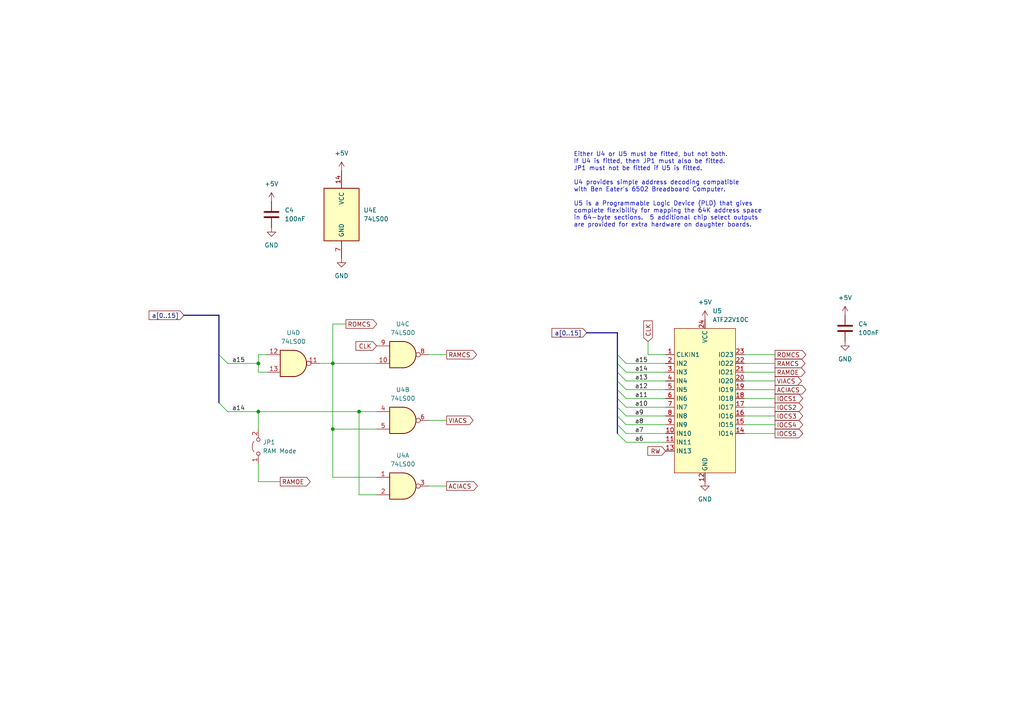
<source format=kicad_sch>
(kicad_sch (version 20230121) (generator eeschema)
  (paper "A4")
  (lib_symbols
    (symbol "74xx:74LS00" (pin_names (offset 1.016))
      (property "Reference" "U" (at 0 1.27 0))
      (property "Value" "74LS00" (at 0 -1.27 0))
      (symbol "74LS00_1_1"
        (arc (start 0 -3.81) (mid 3.7934 0) (end 0 3.81) (stroke (width 0.254)) (fill (type background)))
        (polyline (pts (xy 0 3.81) (xy -3.81 3.81) (xy -3.81 -3.81) (xy 0 -3.81)) (stroke (width 0.254)) (fill (type background)))
        (pin input line (at -7.62 2.54 0) (length 3.81) (name "~") (number "1"))
        (pin input line (at -7.62 -2.54 0) (length 3.81) (name "~") (number "2"))
        (pin output inverted (at 7.62 0 180) (length 3.81) (name "~") (number "3"))
      )
      (symbol "74LS00_1_2"
        (arc (start -3.81 -3.81) (mid -2.589 0) (end -3.81 3.81) (stroke (width 0.254)))
        (arc (start -0.6096 -3.81) (mid 2.1842 -2.5851) (end 3.81 0) (stroke (width 0.254)) (fill (type background)))
        (polyline (pts (xy -3.81 -3.81) (xy -0.635 -3.81)) (stroke (width 0.254)) (fill (type background)))
        (polyline (pts (xy -3.81 3.81) (xy -0.635 3.81)) (stroke (width 0.254)) (fill (type background)))
        (polyline (pts (xy -0.635 3.81) (xy -3.81 3.81) (xy -3.81 3.81) (xy -3.556 3.4036) (xy -3.0226 2.2606) (xy -2.6924 1.0414) (xy -2.6162 -0.254) (xy -2.7686 -1.4986) (xy -3.175 -2.7178) (xy -3.81 -3.81) (xy -3.81 -3.81) (xy -0.635 -3.81)) (stroke (width -25.4)) (fill (type background)))
        (arc (start 3.81 0) (mid 2.1915 2.5936) (end -0.6096 3.81) (stroke (width 0.254)) (fill (type background)))
        (pin input inverted (at -7.62 2.54 0) (length 4.318) (name "~") (number "1"))
        (pin input inverted (at -7.62 -2.54 0) (length 4.318) (name "~") (number "2"))
        (pin output line (at 7.62 0 180) (length 3.81) (name "~") (number "3"))
      )
      (symbol "74LS00_2_1"
        (arc (start 0 -3.81) (mid 3.7934 0) (end 0 3.81) (stroke (width 0.254)) (fill (type background)))
        (polyline (pts (xy 0 3.81) (xy -3.81 3.81) (xy -3.81 -3.81) (xy 0 -3.81)) (stroke (width 0.254)) (fill (type background)))
        (pin input line (at -7.62 2.54 0) (length 3.81) (name "~") (number "4"))
        (pin input line (at -7.62 -2.54 0) (length 3.81) (name "~") (number "5"))
        (pin output inverted (at 7.62 0 180) (length 3.81) (name "~") (number "6"))
      )
      (symbol "74LS00_2_2"
        (arc (start -3.81 -3.81) (mid -2.589 0) (end -3.81 3.81) (stroke (width 0.254)))
        (arc (start -0.6096 -3.81) (mid 2.1842 -2.5851) (end 3.81 0) (stroke (width 0.254)) (fill (type background)))
        (polyline (pts (xy -3.81 -3.81) (xy -0.635 -3.81)) (stroke (width 0.254)) (fill (type background)))
        (polyline (pts (xy -3.81 3.81) (xy -0.635 3.81)) (stroke (width 0.254)) (fill (type background)))
        (polyline (pts (xy -0.635 3.81) (xy -3.81 3.81) (xy -3.81 3.81) (xy -3.556 3.4036) (xy -3.0226 2.2606) (xy -2.6924 1.0414) (xy -2.6162 -0.254) (xy -2.7686 -1.4986) (xy -3.175 -2.7178) (xy -3.81 -3.81) (xy -3.81 -3.81) (xy -0.635 -3.81)) (stroke (width -25.4)) (fill (type background)))
        (arc (start 3.81 0) (mid 2.1915 2.5936) (end -0.6096 3.81) (stroke (width 0.254)) (fill (type background)))
        (pin input inverted (at -7.62 2.54 0) (length 4.318) (name "~") (number "4"))
        (pin input inverted (at -7.62 -2.54 0) (length 4.318) (name "~") (number "5"))
        (pin output line (at 7.62 0 180) (length 3.81) (name "~") (number "6"))
      )
      (symbol "74LS00_3_1"
        (arc (start 0 -3.81) (mid 3.7934 0) (end 0 3.81) (stroke (width 0.254)) (fill (type background)))
        (polyline (pts (xy 0 3.81) (xy -3.81 3.81) (xy -3.81 -3.81) (xy 0 -3.81)) (stroke (width 0.254)) (fill (type background)))
        (pin input line (at -7.62 -2.54 0) (length 3.81) (name "~") (number "10"))
        (pin output inverted (at 7.62 0 180) (length 3.81) (name "~") (number "8"))
        (pin input line (at -7.62 2.54 0) (length 3.81) (name "~") (number "9"))
      )
      (symbol "74LS00_3_2"
        (arc (start -3.81 -3.81) (mid -2.589 0) (end -3.81 3.81) (stroke (width 0.254)))
        (arc (start -0.6096 -3.81) (mid 2.1842 -2.5851) (end 3.81 0) (stroke (width 0.254)) (fill (type background)))
        (polyline (pts (xy -3.81 -3.81) (xy -0.635 -3.81)) (stroke (width 0.254)) (fill (type background)))
        (polyline (pts (xy -3.81 3.81) (xy -0.635 3.81)) (stroke (width 0.254)) (fill (type background)))
        (polyline (pts (xy -0.635 3.81) (xy -3.81 3.81) (xy -3.81 3.81) (xy -3.556 3.4036) (xy -3.0226 2.2606) (xy -2.6924 1.0414) (xy -2.6162 -0.254) (xy -2.7686 -1.4986) (xy -3.175 -2.7178) (xy -3.81 -3.81) (xy -3.81 -3.81) (xy -0.635 -3.81)) (stroke (width -25.4)) (fill (type background)))
        (arc (start 3.81 0) (mid 2.1915 2.5936) (end -0.6096 3.81) (stroke (width 0.254)) (fill (type background)))
        (pin input inverted (at -7.62 -2.54 0) (length 4.318) (name "~") (number "10"))
        (pin output line (at 7.62 0 180) (length 3.81) (name "~") (number "8"))
        (pin input inverted (at -7.62 2.54 0) (length 4.318) (name "~") (number "9"))
      )
      (symbol "74LS00_4_1"
        (arc (start 0 -3.81) (mid 3.7934 0) (end 0 3.81) (stroke (width 0.254)) (fill (type background)))
        (polyline (pts (xy 0 3.81) (xy -3.81 3.81) (xy -3.81 -3.81) (xy 0 -3.81)) (stroke (width 0.254)) (fill (type background)))
        (pin output inverted (at 7.62 0 180) (length 3.81) (name "~") (number "11"))
        (pin input line (at -7.62 2.54 0) (length 3.81) (name "~") (number "12"))
        (pin input line (at -7.62 -2.54 0) (length 3.81) (name "~") (number "13"))
      )
      (symbol "74LS00_4_2"
        (arc (start -3.81 -3.81) (mid -2.589 0) (end -3.81 3.81) (stroke (width 0.254)))
        (arc (start -0.6096 -3.81) (mid 2.1842 -2.5851) (end 3.81 0) (stroke (width 0.254)) (fill (type background)))
        (polyline (pts (xy -3.81 -3.81) (xy -0.635 -3.81)) (stroke (width 0.254)) (fill (type background)))
        (polyline (pts (xy -3.81 3.81) (xy -0.635 3.81)) (stroke (width 0.254)) (fill (type background)))
        (polyline (pts (xy -0.635 3.81) (xy -3.81 3.81) (xy -3.81 3.81) (xy -3.556 3.4036) (xy -3.0226 2.2606) (xy -2.6924 1.0414) (xy -2.6162 -0.254) (xy -2.7686 -1.4986) (xy -3.175 -2.7178) (xy -3.81 -3.81) (xy -3.81 -3.81) (xy -0.635 -3.81)) (stroke (width -25.4)) (fill (type background)))
        (arc (start 3.81 0) (mid 2.1915 2.5936) (end -0.6096 3.81) (stroke (width 0.254)) (fill (type background)))
        (pin output line (at 7.62 0 180) (length 3.81) (name "~") (number "11"))
        (pin input inverted (at -7.62 2.54 0) (length 4.318) (name "~") (number "12"))
        (pin input inverted (at -7.62 -2.54 0) (length 4.318) (name "~") (number "13"))
      )
      (symbol "74LS00_5_0"
        (pin power_in line (at 0 12.7 270) (length 5.08) (name "VCC") (number "14"))
        (pin power_in line (at 0 -12.7 90) (length 5.08) (name "GND") (number "7"))
      )
      (symbol "74LS00_5_1"
        (rectangle (start -5.08 7.62) (end 5.08 -7.62) (stroke (width 0.254)) (fill (type background)))
      )
    )
    (symbol "ATF22V10C:ATF22V10C"
      (property "Reference" "U6" (at 2.1941 0 0))
      (property "Value" "ATF22V10C" (at 2.1941 -2.54 0))
      (symbol "ATF22V10C_1_1"
        (rectangle (start -8.89 -5.08) (end 8.89 -46.99) (fill (type background)))
        (pin input line (at -11.43 -12.7 0) (length 2.54) (name "CLKIN1") (number "1"))
        (pin input line (at -11.43 -35.56 0) (length 2.54) (name "IN10") (number "10"))
        (pin input line (at -11.43 -38.1 0) (length 2.54) (name "IN11") (number "11"))
        (pin power_in line (at 0 -49.53 90) (length 2.54) (name "GND") (number "12"))
        (pin input line (at -11.43 -40.64 0) (length 2.54) (name "IN13") (number "13"))
        (pin output line (at 11.43 -35.56 180) (length 2.54) (name "IO14") (number "14"))
        (pin output line (at 11.43 -33.02 180) (length 2.54) (name "IO15") (number "15"))
        (pin output line (at 11.43 -30.48 180) (length 2.54) (name "IO16") (number "16"))
        (pin output line (at 11.43 -27.94 180) (length 2.54) (name "IO17") (number "17"))
        (pin output line (at 11.43 -25.4 180) (length 2.54) (name "IO18") (number "18"))
        (pin output line (at 11.43 -22.86 180) (length 2.54) (name "IO19") (number "19"))
        (pin input line (at -11.43 -15.24 0) (length 2.54) (name "IN2") (number "2"))
        (pin output line (at 11.43 -20.32 180) (length 2.54) (name "IO20") (number "20"))
        (pin output line (at 11.43 -17.78 180) (length 2.54) (name "IO21") (number "21"))
        (pin output line (at 11.43 -15.24 180) (length 2.54) (name "IO22") (number "22"))
        (pin output line (at 11.43 -12.7 180) (length 2.54) (name "IO23") (number "23"))
        (pin power_in line (at 0 -2.54 270) (length 2.54) (name "VCC") (number "24"))
        (pin input line (at -11.43 -17.78 0) (length 2.54) (name "IN3") (number "3"))
        (pin input line (at -11.43 -20.32 0) (length 2.54) (name "IN4") (number "4"))
        (pin input line (at -11.43 -22.86 0) (length 2.54) (name "IN5") (number "5"))
        (pin input line (at -11.43 -25.4 0) (length 2.54) (name "IN6") (number "6"))
        (pin input line (at -11.43 -27.94 0) (length 2.54) (name "IN7") (number "7"))
        (pin input line (at -11.43 -30.48 0) (length 2.54) (name "IN8") (number "8"))
        (pin input line (at -11.43 -33.02 0) (length 2.54) (name "IN9") (number "9"))
      )
    )
    (symbol "Device:C" (pin_numbers hide) (pin_names (offset 0.254))
      (property "Reference" "C" (at 0.635 2.54 0))
      (property "Value" "C" (at 0.635 -2.54 0))
      (symbol "C_0_1"
        (polyline (pts (xy -2.032 -0.762) (xy 2.032 -0.762)) (stroke (width 0.508)))
        (polyline (pts (xy -2.032 0.762) (xy 2.032 0.762)) (stroke (width 0.508)))
      )
      (symbol "C_1_1"
        (pin passive line (at 0 3.81 270) (length 2.794) (name "~") (number "1"))
        (pin passive line (at 0 -3.81 90) (length 2.794) (name "~") (number "2"))
      )
    )
    (symbol "Jumper:Jumper_2_Open" (pin_names (offset 0) hide)
      (property "Reference" "JP" (at 0 2.794 0))
      (property "Value" "Jumper_2_Open" (at 0 -2.286 0))
      (symbol "Jumper_2_Open_0_0"
        (circle (center -2.032 0) (radius 0.508))
        (circle (center 2.032 0) (radius 0.508))
      )
      (symbol "Jumper_2_Open_0_1"
        (arc (start 1.524 1.27) (mid 0 1.778) (end -1.524 1.27))
      )
      (symbol "Jumper_2_Open_1_1"
        (pin passive line (at -5.08 0 0) (length 2.54) (name "A") (number "1"))
        (pin passive line (at 5.08 0 180) (length 2.54) (name "B") (number "2"))
      )
    )
    (symbol "power:+5V" (power) (pin_names (offset 0))
      (property "Value" "+5V" (at 0 3.556 0))
      (symbol "+5V_0_1"
        (polyline (pts (xy -0.762 1.27) (xy 0 2.54)))
        (polyline (pts (xy 0 0) (xy 0 2.54)))
        (polyline (pts (xy 0 2.54) (xy 0.762 1.27)))
      )
      (symbol "+5V_1_1"
        (pin power_in line (at 0 0 90) (length 0) hide (name "+5V") (number "1"))
      )
    )
    (symbol "power:GND" (power) (pin_names (offset 0))
      (property "Value" "GND" (at 0 -3.81 0))
      (symbol "GND_0_1"
        (polyline (pts (xy 0 0) (xy 0 -1.27) (xy 1.27 -1.27) (xy 0 -2.54) (xy -1.27 -1.27) (xy 0 -1.27)))
      )
      (symbol "GND_1_1"
        (pin power_in line (at 0 0 270) (length 0) hide (name "GND") (number "1"))
      )
    )
  )
  (junction (at 74.93 105.41))
  (junction (at 74.93 119.38))
  (junction (at 96.52 105.41))
  (junction (at 104.14 119.38))
  (junction (at 96.52 124.46))
  (bus_entry (at 181.61 125.73) (size -2.54 -2.54))
  (bus_entry (at 181.61 110.49) (size -2.54 -2.54))
  (bus_entry (at 181.61 115.57) (size -2.54 -2.54))
  (bus_entry (at 181.61 120.65) (size -2.54 -2.54))
  (bus_entry (at 63.5 116.84) (size 2.54 2.54))
  (bus_entry (at 181.61 107.95) (size -2.54 -2.54))
  (bus_entry (at 181.61 118.11) (size -2.54 -2.54))
  (bus_entry (at 181.61 123.19) (size -2.54 -2.54))
  (bus_entry (at 181.61 128.27) (size -2.54 -2.54))
  (bus_entry (at 181.61 105.41) (size -2.54 -2.54))
  (bus_entry (at 63.5 102.87) (size 2.54 2.54))
  (bus_entry (at 181.61 113.03) (size -2.54 -2.54))
  (bus (pts (xy 179.07 125.73) (xy 179.07 123.19)))
  (wire (pts (xy 215.9 105.41) (xy 224.79 105.41)))
  (wire (pts (xy 96.52 124.46) (xy 96.52 105.41)))
  (wire (pts (xy 109.22 143.51) (xy 104.14 143.51)))
  (wire (pts (xy 124.46 140.97) (xy 129.54 140.97)))
  (wire (pts (xy 181.61 125.73) (xy 193.04 125.73)))
  (bus (pts (xy 179.07 120.65) (xy 179.07 118.11)))
  (wire (pts (xy 181.61 118.11) (xy 193.04 118.11)))
  (wire (pts (xy 215.9 115.57) (xy 224.79 115.57)))
  (wire (pts (xy 215.9 110.49) (xy 224.79 110.49)))
  (bus (pts (xy 179.07 105.41) (xy 179.07 102.87)))
  (bus (pts (xy 179.07 113.03) (xy 179.07 110.49)))
  (wire (pts (xy 181.61 123.19) (xy 193.04 123.19)))
  (wire (pts (xy 74.93 107.95) (xy 77.47 107.95)))
  (wire (pts (xy 104.14 143.51) (xy 104.14 119.38)))
  (bus (pts (xy 179.07 110.49) (xy 179.07 107.95)))
  (wire (pts (xy 66.04 105.41) (xy 74.93 105.41)))
  (wire (pts (xy 181.61 110.49) (xy 193.04 110.49)))
  (wire (pts (xy 77.47 102.87) (xy 74.93 102.87)))
  (wire (pts (xy 181.61 115.57) (xy 193.04 115.57)))
  (wire (pts (xy 215.9 102.87) (xy 224.79 102.87)))
  (bus (pts (xy 179.07 102.87) (xy 179.07 96.52)))
  (bus (pts (xy 179.07 107.95) (xy 179.07 105.41)))
  (wire (pts (xy 74.93 119.38) (xy 74.93 124.46)))
  (wire (pts (xy 96.52 93.98) (xy 96.52 105.41)))
  (wire (pts (xy 109.22 138.43) (xy 96.52 138.43)))
  (bus (pts (xy 179.07 123.19) (xy 179.07 120.65)))
  (wire (pts (xy 74.93 105.41) (xy 74.93 107.95)))
  (wire (pts (xy 215.9 107.95) (xy 224.79 107.95)))
  (wire (pts (xy 181.61 120.65) (xy 193.04 120.65)))
  (wire (pts (xy 109.22 124.46) (xy 96.52 124.46)))
  (bus (pts (xy 179.07 115.57) (xy 179.07 113.03)))
  (wire (pts (xy 215.9 113.03) (xy 224.79 113.03)))
  (wire (pts (xy 124.46 121.92) (xy 129.54 121.92)))
  (wire (pts (xy 215.9 123.19) (xy 224.79 123.19)))
  (wire (pts (xy 215.9 125.73) (xy 224.79 125.73)))
  (wire (pts (xy 181.61 113.03) (xy 193.04 113.03)))
  (wire (pts (xy 181.61 107.95) (xy 193.04 107.95)))
  (wire (pts (xy 96.52 105.41) (xy 109.22 105.41)))
  (wire (pts (xy 96.52 138.43) (xy 96.52 124.46)))
  (wire (pts (xy 181.61 105.41) (xy 193.04 105.41)))
  (wire (pts (xy 74.93 139.7) (xy 81.28 139.7)))
  (bus (pts (xy 63.5 91.44) (xy 63.5 102.87)))
  (bus (pts (xy 53.34 91.44) (xy 63.5 91.44)))
  (wire (pts (xy 187.96 102.87) (xy 193.04 102.87)))
  (wire (pts (xy 215.9 118.11) (xy 224.79 118.11)))
  (wire (pts (xy 66.04 119.38) (xy 74.93 119.38)))
  (wire (pts (xy 74.93 102.87) (xy 74.93 105.41)))
  (wire (pts (xy 74.93 134.62) (xy 74.93 139.7)))
  (wire (pts (xy 187.96 99.06) (xy 187.96 102.87)))
  (bus (pts (xy 179.07 118.11) (xy 179.07 115.57)))
  (wire (pts (xy 104.14 119.38) (xy 109.22 119.38)))
  (wire (pts (xy 181.61 128.27) (xy 193.04 128.27)))
  (wire (pts (xy 124.46 102.87) (xy 129.54 102.87)))
  (wire (pts (xy 92.71 105.41) (xy 96.52 105.41)))
  (wire (pts (xy 74.93 119.38) (xy 104.14 119.38)))
  (wire (pts (xy 100.33 93.98) (xy 96.52 93.98)))
  (bus (pts (xy 179.07 96.52) (xy 170.18 96.52)))
  (wire (pts (xy 215.9 120.65) (xy 224.79 120.65)))
  (bus (pts (xy 63.5 102.87) (xy 63.5 116.84)))
  (text "Either U4 or U5 must be fitted, but not both.\nIf U4 is fitted, then JP1 must also be fitted.\nJP1 must not be fitted if U5 is fitted.\n\nU4 provides simple address decoding compatible\nwith Ben Eater's 6502 Breadboard Computer.\n\nU5 is a Programmable Logic Device (PLD) that gives\ncomplete flexibility for mapping the 64K address space\nin 64-byte sections.  5 additional chip select outputs\nare provided for extra hardware on daughter boards." (at 166.37 66.04 0) (effects (font (size 1.27 1.27)) (justify left bottom)))
  (label "a7" (at 184.15 125.73 0))
  (label "a15" (at 67.31 105.41 0))
  (label "a10" (at 184.15 118.11 0))
  (label "a8" (at 184.15 123.19 0))
  (label "a6" (at 184.15 128.27 0))
  (label "a11" (at 184.15 115.57 0))
  (label "a12" (at 184.15 113.03 0))
  (label "a15" (at 184.15 105.41 0))
  (label "a14" (at 184.15 107.95 0))
  (label "a13" (at 184.15 110.49 0))
  (label "a9" (at 184.15 120.65 0))
  (label "a14" (at 67.31 119.38 0))
  (global_label "ROMCS" (shape output) (at 100.33 93.98 0) (property "Intersheetrefs" "${INTERSHEET_REFS}" (effects hide)))
  (global_label "RAMCS" (shape output) (at 129.54 102.87 0) (property "Intersheetrefs" "${INTERSHEET_REFS}" (effects hide)))
  (global_label "CLK" (shape input) (at 109.22 100.33 180) (property "Intersheetrefs" "${INTERSHEET_REFS}" (effects hide)))
  (global_label "RAMOE" (shape output) (at 81.28 139.7 0) (property "Intersheetrefs" "${INTERSHEET_REFS}" (effects hide)))
  (global_label "ACIACS" (shape output) (at 129.54 140.97 0) (property "Intersheetrefs" "${INTERSHEET_REFS}" (effects hide)))
  (global_label "IOCS1" (shape output) (at 224.79 115.57 0) (property "Intersheetrefs" "${INTERSHEET_REFS}" (effects hide)))
  (global_label "RW" (shape input) (at 193.04 130.81 180) (property "Intersheetrefs" "${INTERSHEET_REFS}" (effects hide)))
  (global_label "IOCS5" (shape output) (at 224.79 125.73 0) (property "Intersheetrefs" "${INTERSHEET_REFS}" (effects hide)))
  (global_label "a[0..15]" (shape input) (at 170.18 96.52 180) (property "Intersheetrefs" "${INTERSHEET_REFS}" (effects hide)))
  (global_label "ROMCS" (shape output) (at 224.79 102.87 0) (property "Intersheetrefs" "${INTERSHEET_REFS}" (effects hide)))
  (global_label "RAMCS" (shape output) (at 224.79 105.41 0) (property "Intersheetrefs" "${INTERSHEET_REFS}" (effects hide)))
  (global_label "VIACS" (shape output) (at 224.79 110.49 0) (property "Intersheetrefs" "${INTERSHEET_REFS}" (effects hide)))
  (global_label "a[0..15]" (shape input) (at 53.34 91.44 180) (property "Intersheetrefs" "${INTERSHEET_REFS}" (effects hide)))
  (global_label "IOCS2" (shape output) (at 224.79 118.11 0) (property "Intersheetrefs" "${INTERSHEET_REFS}" (effects hide)))
  (global_label "RAMOE" (shape output) (at 224.79 107.95 0) (property "Intersheetrefs" "${INTERSHEET_REFS}" (effects hide)))
  (global_label "CLK" (shape input) (at 187.96 99.06 90) (property "Intersheetrefs" "${INTERSHEET_REFS}" (effects hide)))
  (global_label "IOCS4" (shape output) (at 224.79 123.19 0) (property "Intersheetrefs" "${INTERSHEET_REFS}" (effects hide)))
  (global_label "ACIACS" (shape output) (at 224.79 113.03 0) (property "Intersheetrefs" "${INTERSHEET_REFS}" (effects hide)))
  (global_label "VIACS" (shape output) (at 129.54 121.92 0) (property "Intersheetrefs" "${INTERSHEET_REFS}" (effects hide)))
  (global_label "IOCS3" (shape output) (at 224.79 120.65 0) (property "Intersheetrefs" "${INTERSHEET_REFS}" (effects hide)))
  (symbol (lib_id "power:GND") (at 78.74 66.04 0) (unit 1)
    (property "Reference" "#PWR025" (effects hide))
    (property "Value" "GND" (at 78.74 71.12 0))
    (instances (project "MiniComputerBase" (path "" (reference "#PWR025") (unit 1)) (path "" (reference "#PWR033") (unit 1)) (path "" (reference "#PWR034") (unit 1))))
  )
  (symbol (lib_id "power:GND") (at 99.06 74.93 0) (unit 1)
    (property "Reference" "#PWR036" (effects hide))
    (property "Value" "GND" (at 99.06 80.01 0))
  )
  (symbol (lib_id "Jumper:Jumper_2_Open") (at 74.93 129.54 90) (unit 1)
    (property "Reference" "JP1" (at 76.2 128.27 90) (effects (justify right)))
    (property "Value" "RAM Mode" (at 76.2 130.81 90) (effects (justify right)))
    (property "Footprint" "Connector_PinHeader_2.54mm:PinHeader_1x02_P2.54mm_Vertical" (effects hide))
  )
  (symbol (lib_id "74xx:74LS00") (at 85.09 105.41 0) (unit 4)
    (property "Reference" "U4" (at 85.0817 96.52 0))
    (property "Value" "74LS00" (at 85.0817 99.06 0))
    (property "Footprint" "Package_DIP:DIP-14_W7.62mm" (effects hide))
    (property "Datasheet" "http://www.ti.com/lit/gpn/sn74ls00" (effects hide))
  )
  (symbol (lib_id "74xx:74LS00") (at 116.84 121.92 0) (unit 2)
    (property "Reference" "U4" (at 116.8317 113.03 0))
    (property "Value" "74LS00" (at 116.8317 115.57 0))
    (property "Footprint" "Package_DIP:DIP-14_W7.62mm" (effects hide))
    (property "Datasheet" "http://www.ti.com/lit/gpn/sn74ls00" (effects hide))
  )
  (symbol (lib_id "74xx:74LS00") (at 116.84 140.97 0) (unit 1)
    (property "Reference" "U4" (at 116.8317 132.08 0))
    (property "Value" "74LS00" (at 116.8317 134.62 0))
    (property "Footprint" "Package_DIP:DIP-14_W7.62mm" (effects hide))
    (property "Datasheet" "http://www.ti.com/lit/gpn/sn74ls00" (effects hide))
  )
  (symbol (lib_id "74xx:74LS00") (at 99.06 62.23 0) (unit 5)
    (property "Reference" "U4" (at 105.41 60.96 0) (effects (justify left)))
    (property "Value" "74LS00" (at 105.41 63.5 0) (effects (justify left)))
    (property "Footprint" "Package_DIP:DIP-14_W7.62mm" (effects hide))
    (property "Datasheet" "http://www.ti.com/lit/gpn/sn74ls00" (effects hide))
  )
  (symbol (lib_id "74xx:74LS00") (at 116.84 102.87 0) (unit 3)
    (property "Reference" "U4" (at 116.8317 93.98 0))
    (property "Value" "74LS00" (at 116.8317 96.52 0))
    (property "Footprint" "Package_DIP:DIP-14_W7.62mm" (effects hide))
    (property "Datasheet" "http://www.ti.com/lit/gpn/sn74ls00" (effects hide))
  )
  (symbol (lib_id "power:+5V") (at 245.11 91.44 0) (unit 1)
    (property "Reference" "#PWR026" (effects hide))
    (property "Value" "+5V" (at 245.11 86.36 0))
    (instances (project "MiniComputerBase" (path "" (reference "#PWR026") (unit 1)) (path "" (reference "#PWR032") (unit 1)) (path "" (reference "#PWR039") (unit 1))))
  )
  (symbol (lib_id "power:+5V") (at 204.47 92.71 0) (unit 1)
    (property "Reference" "#PWR037" (effects hide))
    (property "Value" "+5V" (at 204.47 87.63 0))
  )
  (symbol (lib_id "power:+5V") (at 78.74 58.42 0) (unit 1)
    (property "Reference" "#PWR026" (effects hide))
    (property "Value" "+5V" (at 78.74 53.34 0))
    (instances (project "MiniComputerBase" (path "" (reference "#PWR026") (unit 1)) (path "" (reference "#PWR032") (unit 1)) (path "" (reference "#PWR033") (unit 1))))
  )
  (symbol (lib_id "power:GND") (at 245.11 99.06 0) (unit 1)
    (property "Reference" "#PWR025" (effects hide))
    (property "Value" "GND" (at 245.11 104.14 0))
    (instances (project "MiniComputerBase" (path "" (reference "#PWR025") (unit 1)) (path "" (reference "#PWR033") (unit 1)) (path "" (reference "#PWR040") (unit 1))))
  )
  (symbol (lib_id "power:GND") (at 204.47 139.7 0) (unit 1)
    (property "Reference" "#PWR038" (effects hide))
    (property "Value" "GND" (at 204.47 144.78 0))
  )
  (symbol (lib_id "Device:C") (at 245.11 95.25 0) (unit 1)
    (property "Reference" "C4" (at 248.92 93.98 0) (effects (justify left)))
    (property "Value" "100nF" (at 248.92 96.52 0) (effects (justify left)))
    (property "Footprint" "Capacitor_THT:C_Disc_D6.0mm_W2.5mm_P5.00mm" (effects hide))
    (instances (project "MiniComputerBase" (path "" (reference "C4") (unit 1)) (path "" (reference "C5") (unit 1)) (path "" (reference "C8") (unit 1))))
  )
  (symbol (lib_id "power:+5V") (at 99.06 49.53 0) (unit 1)
    (property "Reference" "#PWR035" (effects hide))
    (property "Value" "+5V" (at 99.06 44.45 0))
  )
  (symbol (lib_id "Device:C") (at 78.74 62.23 0) (unit 1)
    (property "Reference" "C4" (at 82.55 60.96 0) (effects (justify left)))
    (property "Value" "100nF" (at 82.55 63.5 0) (effects (justify left)))
    (property "Footprint" "Capacitor_THT:C_Disc_D6.0mm_W2.5mm_P5.00mm" (effects hide))
    (instances (project "MiniComputerBase" (path "" (reference "C4") (unit 1)) (path "" (reference "C5") (unit 1)) (path "" (reference "C7") (unit 1))))
  )
  (symbol (lib_id "ATF22V10C:ATF22V10C") (at 204.47 90.17 0) (unit 1)
    (property "Reference" "U5" (at 206.6641 90.17 0) (effects (justify left)))
    (property "Value" "ATF22V10C" (at 206.6641 92.71 0) (effects (justify left)))
    (property "Footprint" "Package_DIP:DIP-24_W7.62mm" (effects hide))
    (property "Datasheet" "https://ww1.microchip.com/downloads/en/DeviceDoc/doc0735.pdf" (effects hide))
  )
)
</source>
